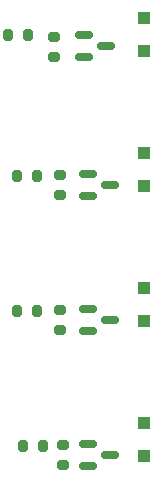
<source format=gbr>
%TF.GenerationSoftware,KiCad,Pcbnew,(6.0.0)*%
%TF.CreationDate,2022-01-04T00:38:58-05:00*%
%TF.ProjectId,4x relay board,34782072-656c-4617-9920-626f6172642e,rev?*%
%TF.SameCoordinates,Original*%
%TF.FileFunction,Paste,Top*%
%TF.FilePolarity,Positive*%
%FSLAX46Y46*%
G04 Gerber Fmt 4.6, Leading zero omitted, Abs format (unit mm)*
G04 Created by KiCad (PCBNEW (6.0.0)) date 2022-01-04 00:38:58*
%MOMM*%
%LPD*%
G01*
G04 APERTURE LIST*
G04 Aperture macros list*
%AMRoundRect*
0 Rectangle with rounded corners*
0 $1 Rounding radius*
0 $2 $3 $4 $5 $6 $7 $8 $9 X,Y pos of 4 corners*
0 Add a 4 corners polygon primitive as box body*
4,1,4,$2,$3,$4,$5,$6,$7,$8,$9,$2,$3,0*
0 Add four circle primitives for the rounded corners*
1,1,$1+$1,$2,$3*
1,1,$1+$1,$4,$5*
1,1,$1+$1,$6,$7*
1,1,$1+$1,$8,$9*
0 Add four rect primitives between the rounded corners*
20,1,$1+$1,$2,$3,$4,$5,0*
20,1,$1+$1,$4,$5,$6,$7,0*
20,1,$1+$1,$6,$7,$8,$9,0*
20,1,$1+$1,$8,$9,$2,$3,0*%
G04 Aperture macros list end*
%ADD10RoundRect,0.200000X-0.275000X0.200000X-0.275000X-0.200000X0.275000X-0.200000X0.275000X0.200000X0*%
%ADD11R,1.100000X1.100000*%
%ADD12RoundRect,0.200000X-0.200000X-0.275000X0.200000X-0.275000X0.200000X0.275000X-0.200000X0.275000X0*%
%ADD13RoundRect,0.150000X-0.587500X-0.150000X0.587500X-0.150000X0.587500X0.150000X-0.587500X0.150000X0*%
G04 APERTURE END LIST*
D10*
%TO.C,R7*%
X140208000Y-63945000D03*
X140208000Y-65595000D03*
%TD*%
D11*
%TO.C,D4*%
X147320000Y-50670000D03*
X147320000Y-53470000D03*
%TD*%
D12*
%TO.C,R2*%
X136589000Y-75438000D03*
X138239000Y-75438000D03*
%TD*%
D13*
%TO.C,Q2*%
X142572500Y-75250000D03*
X142572500Y-77150000D03*
X144447500Y-76200000D03*
%TD*%
D12*
%TO.C,R4*%
X135827000Y-52070000D03*
X137477000Y-52070000D03*
%TD*%
D11*
%TO.C,D3*%
X147320000Y-62100000D03*
X147320000Y-64900000D03*
%TD*%
D13*
%TO.C,Q4*%
X142240000Y-52070000D03*
X142240000Y-53970000D03*
X144115000Y-53020000D03*
%TD*%
D10*
%TO.C,R6*%
X140208000Y-75375000D03*
X140208000Y-77025000D03*
%TD*%
%TO.C,R5*%
X140462000Y-86805000D03*
X140462000Y-88455000D03*
%TD*%
D13*
%TO.C,Q1*%
X142572500Y-86680000D03*
X142572500Y-88580000D03*
X144447500Y-87630000D03*
%TD*%
D12*
%TO.C,R1*%
X137097000Y-86868000D03*
X138747000Y-86868000D03*
%TD*%
D11*
%TO.C,D1*%
X147320000Y-84960000D03*
X147320000Y-87760000D03*
%TD*%
D12*
%TO.C,R3*%
X136589000Y-64008000D03*
X138239000Y-64008000D03*
%TD*%
D11*
%TO.C,D2*%
X147320000Y-73530000D03*
X147320000Y-76330000D03*
%TD*%
D10*
%TO.C,R8*%
X139700000Y-52261000D03*
X139700000Y-53911000D03*
%TD*%
D13*
%TO.C,Q3*%
X142572500Y-63820000D03*
X142572500Y-65720000D03*
X144447500Y-64770000D03*
%TD*%
M02*

</source>
